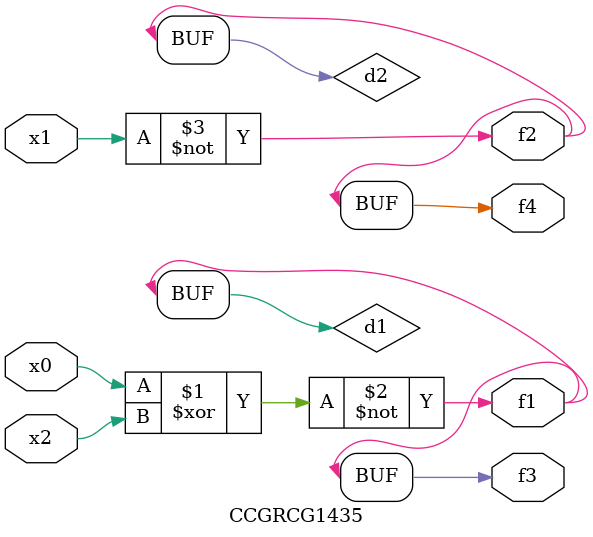
<source format=v>
module CCGRCG1435(
	input x0, x1, x2,
	output f1, f2, f3, f4
);

	wire d1, d2, d3;

	xnor (d1, x0, x2);
	nand (d2, x1);
	nor (d3, x1, x2);
	assign f1 = d1;
	assign f2 = d2;
	assign f3 = d1;
	assign f4 = d2;
endmodule

</source>
